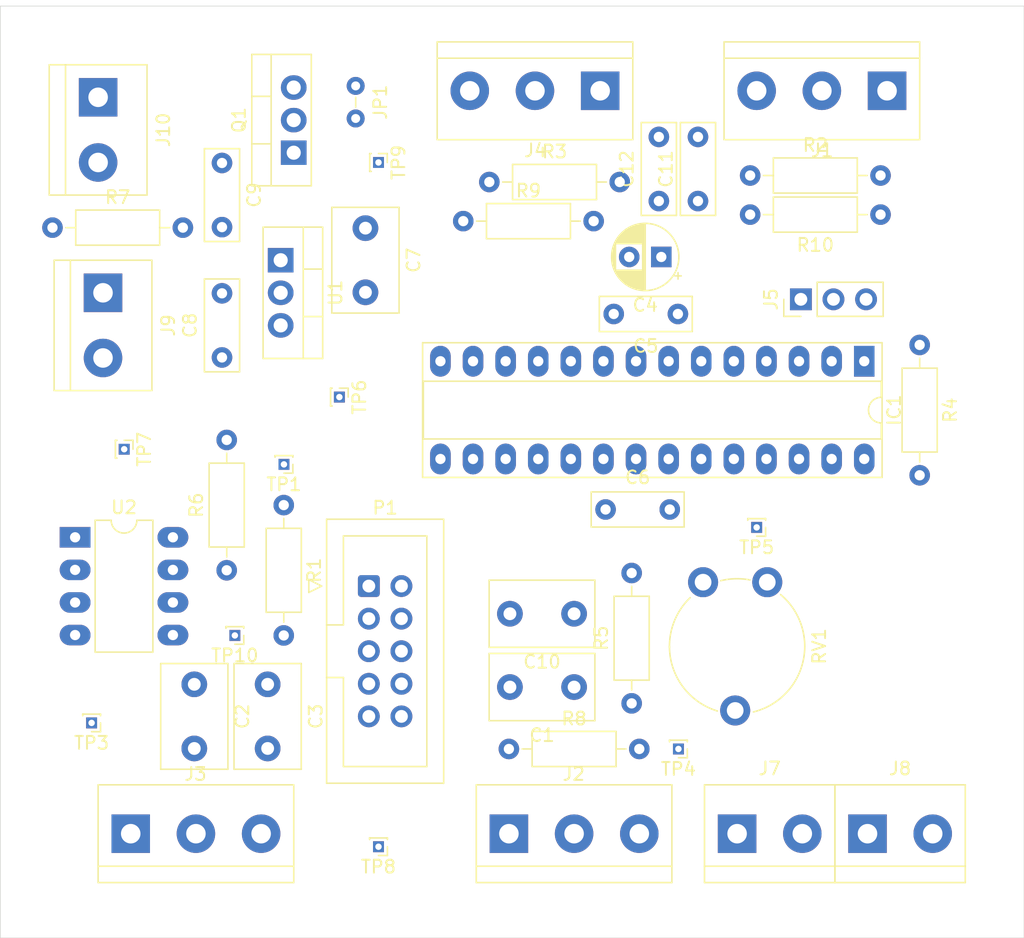
<source format=kicad_pcb>
(kicad_pcb (version 20240108) (generator "pcbnew") (generator_version "8.0")
  (layers (0 "F.Cu" signal) (31 "B.Cu" signal) (34 "B.Paste" user) (35 "F.Paste" user) (36 "B.SilkS" user "B.Silkscreen") (37 "F.SilkS" user "F.Silkscreen") (38 "B.Mask" user) (39 "F.Mask" user) (44 "Edge.Cuts" user))
  (net 0 "")
  (net 1 "GND")
  (net 2 "/Throttle-IN-Filtered")
  (net 3 "Net-(U2B-+)")
  (net 4 "+5V")
  (net 5 "+9V")
  (net 6 "Net-(Q1-G)")
  (net 7 "/speedSwitch1_slow")
  (net 8 "/speedSwitch2_fast")
  (net 9 "/UART_RX")
  (net 11 "Net-(IC1-(ADC2)PC2)")
  (net 13 "/MISO")
  (net 15 "/Throttle-OUT")
  (net 18 "Net-(IC1-(ADC3)PC3)")
  (net 22 "/MOSI")
  (net 23 "/UART_TX")
  (net 24 "/PWM")
  (net 25 "/SCK")
  (net 26 "Net-(IC1-(ADC4{slash}SDA)PC4)")
  (net 27 "/RESET")
  (net 28 "Net-(IC1-(ADC5{slash}SCL)PC5)")
  (net 30 "+5V_motorcontroller")
  (net 31 "Net-(J1-Pin_2)")
  (net 32 "Net-(J1-Pin_1)")
  (net 33 "/Trottle-IN")
  (net 34 "9V-Batt")
  (net 37 "Net-(R5-Pad2)")
  (net 38 "Net-(R6-Pad1)")
  (net 42 "Net-(J1-Pin_3)")
  (footprint "TerminalBlock:TerminalBlock_bornier-2_P5.08mm" (layer "F.Cu") (at 16.764 15.24 -90)
    (property "Reference" "J10" (at 2.54 -5.08 90) (layer "F.SilkS"))
    (property "Value" "9V supply / small battery")
    (pad "1" thru_hole rect (at 0 0 270) (size 3 3) (drill 1.52) (layers "*.Cu" "*.Mask") (net 34 "9V-Batt"))
    (pad "2" thru_hole circle (at 5.08 0 270) (size 3 3) (drill 1.52) (layers "*.Cu" "*.Mask") (net 1 "GND"))
  )
  (footprint "Capacitor_THT:C_Disc_D7.0mm_W2.5mm_P5.00mm" (layer "F.Cu") (at 63.5 23.328 90)
    (property "Reference" "C11" (at 2.5 -2.5 90) (layer "F.SilkS"))
    (property "Value" "100nF")
    (pad "1" thru_hole circle (at 0 0 90) (size 1.6 1.6) (drill 0.8) (layers "*.Cu" "*.Mask") (net 7 "/speedSwitch1_slow"))
    (pad "2" thru_hole circle (at 5 0 90) (size 1.6 1.6) (drill 0.8) (layers "*.Cu" "*.Mask") (net 1 "GND"))
  )
  (footprint "Resistor_THT:R_Axial_DIN0207_L6.3mm_D2.5mm_P10.16mm_Horizontal" (layer "F.Cu") (at 48.768 66.04)
    (property "Reference" "R8" (at 5.08 -2.37 360) (layer "F.SilkS"))
    (property "Value" "2k2")
    (pad "1" thru_hole circle (at 0 0) (size 1.6 1.6) (drill 0.8) (layers "*.Cu" "*.Mask") (net 1 "GND"))
    (pad "2" thru_hole oval (at 10.16 0) (size 1.6 1.6) (drill 0.8) (layers "*.Cu" "*.Mask") (net 33 "/Trottle-IN"))
  )
  (footprint "Capacitor_THT:C_Disc_D7.0mm_W2.5mm_P5.00mm" (layer "F.Cu") (at 60.452 23.328 90)
    (property "Reference" "C12" (at 2.5 -2.5 90) (layer "F.SilkS"))
    (property "Value" "100nF")
    (pad "1" thru_hole circle (at 0 0 90) (size 1.6 1.6) (drill 0.8) (layers "*.Cu" "*.Mask") (net 8 "/speedSwitch2_fast"))
    (pad "2" thru_hole circle (at 5 0 90) (size 1.6 1.6) (drill 0.8) (layers "*.Cu" "*.Mask") (net 1 "GND"))
  )
  (footprint "TerminalBlock:TerminalBlock_bornier-3_P5.08mm" (layer "F.Cu") (at 78.232 14.732 180)
    (property "Reference" "J1" (at 5.05 -4.65 360) (layer "F.SilkS"))
    (property "Value" "3speedSw-in")
    (pad "1" thru_hole rect (at 0 0 180) (size 3 3) (drill 1.52) (layers "*.Cu" "*.Mask") (net 32 "Net-(J1-Pin_1)"))
    (pad "2" thru_hole circle (at 5.08 0 180) (size 3 3) (drill 1.52) (layers "*.Cu" "*.Mask") (net 31 "Net-(J1-Pin_2)"))
    (pad "3" thru_hole circle (at 10.16 0 180) (size 3 3) (drill 1.52) (layers "*.Cu" "*.Mask") (net 42 "Net-(J1-Pin_3)"))
  )
  (footprint "Resistor_THT:R_Axial_DIN0207_L6.3mm_D2.5mm_P10.16mm_Horizontal" (layer "F.Cu") (at 80.772 34.544 -90)
    (property "Reference" "R4" (at 5.08 -2.37 90) (layer "F.SilkS"))
    (property "Value" "10k")
    (pad "1" thru_hole circle (at 0 0 270) (size 1.6 1.6) (drill 0.8) (layers "*.Cu" "*.Mask") (net 27 "/RESET"))
    (pad "2" thru_hole oval (at 10.16 0 270) (size 1.6 1.6) (drill 0.8) (layers "*.Cu" "*.Mask") (net 4 "+5V"))
  )
  (footprint "Connector_PinHeader_1.00mm:PinHeader_1x01_P1.00mm_Vertical" (layer "F.Cu") (at 61.976 66.04 180)
    (property "Reference" "TP4" (at 0 -1.56 360) (layer "F.SilkS"))
    (property "Value" "pedal-in")
    (pad "1" thru_hole rect (at 0 0 180) (size 0.85 0.85) (drill 0.5) (layers "*.Cu" "*.Mask") (net 33 "/Trottle-IN"))
  )
  (footprint "Connector_PinHeader_1.00mm:PinHeader_1x01_P1.00mm_Vertical" (layer "F.Cu") (at 18.796 42.672 -90)
    (property "Reference" "TP7" (at 0 -1.56 90) (layer "F.SilkS"))
    (property "Value" "GND")
    (pad "1" thru_hole rect (at 0 0 270) (size 0.85 0.85) (drill 0.5) (layers "*.Cu" "*.Mask") (net 1 "GND"))
  )
  (footprint "Potentiometer_THT:Potentiometer_Piher_PT-10-V10_Vertical" (layer "F.Cu") (at 63.898 53.039 -90)
    (property "Reference" "RV1" (at 5 -9.05 90) (layer "F.SilkS"))
    (property "Value" "500k")
    (pad "1" thru_hole circle (at 0 0 270) (size 2.34 2.34) (drill 1.3) (layers "*.Cu" "*.Mask") (net 37 "Net-(R5-Pad2)"))
    (pad "2" thru_hole circle (at 10 -2.5 270) (size 2.34 2.34) (drill 1.3) (layers "*.Cu" "*.Mask") (net 2 "/Throttle-IN-Filtered"))
    (pad "3" thru_hole circle (at 0 -5 270) (size 2.34 2.34) (drill 1.3) (layers "*.Cu" "*.Mask") (net 2 "/Throttle-IN-Filtered"))
  )
  (footprint "TerminalBlock:TerminalBlock_bornier-3_P5.08mm" (layer "F.Cu") (at 48.768 72.644)
    (property "Reference" "J2" (at 5.05 -4.65 360) (layer "F.SilkS"))
    (property "Value" "gas-pedal-in")
    (pad "1" thru_hole rect (at 0 0) (size 3 3) (drill 1.52) (layers "*.Cu" "*.Mask") (net 1 "GND"))
    (pad "2" thru_hole circle (at 5.08 0) (size 3 3) (drill 1.52) (layers "*.Cu" "*.Mask") (net 33 "/Trottle-IN"))
    (pad "3" thru_hole circle (at 10.16 0) (size 3 3) (drill 1.52) (layers "*.Cu" "*.Mask") (net 30 "+5V_motorcontroller"))
  )
  (footprint "Capacitor_THT:C_Disc_D8.0mm_W5.0mm_P5.00mm" (layer "F.Cu") (at 24.257 61 -90)
    (property "Reference" "C2" (at 2.5 -3.75 90) (layer "F.SilkS"))
    (property "Value" "330n")
    (pad "1" thru_hole circle (at 0 0 270) (size 2 2) (drill 1) (layers "*.Cu" "*.Mask") (net 3 "Net-(U2B-+)"))
    (pad "2" thru_hole circle (at 5 0 270) (size 2 2) (drill 1) (layers "*.Cu" "*.Mask") (net 1 "GND"))
  )
  (footprint "Resistor_THT:R_Axial_DIN0207_L6.3mm_D2.5mm_P10.16mm_Horizontal" (layer "F.Cu") (at 45.212 24.892)
    (property "Reference" "R9" (at 5.08 -2.37 360) (layer "F.SilkS"))
    (property "Value" "100k")
    (pad "1" thru_hole circle (at 0 0) (size 1.6 1.6) (drill 0.8) (layers "*.Cu" "*.Mask") (net 31 "Net-(J1-Pin_2)"))
    (pad "2" thru_hole oval (at 10.16 0) (size 1.6 1.6) (drill 0.8) (layers "*.Cu" "*.Mask") (net 8 "/speedSwitch2_fast"))
  )
  (footprint "TerminalBlock:TerminalBlock_bornier-3_P5.08mm" (layer "F.Cu") (at 55.88 14.732 180)
    (property "Reference" "J4" (at 5.05 -4.65 360) (layer "F.SilkS"))
    (property "Value" "3speedSw-out")
    (pad "1" thru_hole rect (at 0 0 180) (size 3 3) (drill 1.52) (layers "*.Cu" "*.Mask") (net 32 "Net-(J1-Pin_1)"))
    (pad "2" thru_hole circle (at 5.08 0 180) (size 3 3) (drill 1.52) (layers "*.Cu" "*.Mask") (net 31 "Net-(J1-Pin_2)"))
    (pad "3" thru_hole circle (at 10.16 0 180) (size 3 3) (drill 1.52) (layers "*.Cu" "*.Mask") (net 42 "Net-(J1-Pin_3)"))
  )
  (footprint "Package_DIP:DIP-8_W7.62mm_LongPads" (layer "F.Cu") (at 14.971 49.54)
    (property "Reference" "U2" (at 3.81 -2.33 360) (layer "F.SilkS"))
    (property "Value" "LM358N")
    (pad "1" thru_hole rect (at 0 0) (size 2.4 1.6) (drill 0.8) (layers "*.Cu" "*.Mask"))
    (pad "2" thru_hole oval (at 0 2.54) (size 2.4 1.6) (drill 0.8) (layers "*.Cu" "*.Mask"))
    (pad "3" thru_hole oval (at 0 5.08) (size 2.4 1.6) (drill 0.8) (layers "*.Cu" "*.Mask"))
    (pad "4" thru_hole oval (at 0 7.62) (size 2.4 1.6) (drill 0.8) (layers "*.Cu" "*.Mask") (net 1 "GND"))
    (pad "5" thru_hole oval (at 7.62 7.62) (size 2.4 1.6) (drill 0.8) (layers "*.Cu" "*.Mask") (net 3 "Net-(U2B-+)"))
    (pad "6" thru_hole oval (at 7.62 5.08) (size 2.4 1.6) (drill 0.8) (layers "*.Cu" "*.Mask") (net 15 "/Throttle-OUT"))
    (pad "7" thru_hole oval (at 7.62 2.54) (size 2.4 1.6) (drill 0.8) (layers "*.Cu" "*.Mask") (net 38 "Net-(R6-Pad1)"))
    (pad "8" thru_hole oval (at 7.62 0) (size 2.4 1.6) (drill 0.8) (layers "*.Cu" "*.Mask") (net 5 "+9V"))
  )
  (footprint "Resistor_THT:R_Axial_DIN0207_L6.3mm_D2.5mm_P10.16mm_Horizontal" (layer "F.Cu") (at 13.208 25.4)
    (property "Reference" "R7" (at 5.08 -2.37 360) (layer "F.SilkS"))
    (property "Value" "470")
    (pad "1" thru_hole circle (at 0 0) (size 1.6 1.6) (drill 0.8) (layers "*.Cu" "*.Mask") (net 30 "+5V_motorcontroller"))
    (pad "2" thru_hole oval (at 10.16 0) (size 1.6 1.6) (drill 0.8) (layers "*.Cu" "*.Mask") (net 6 "Net-(Q1-G)"))
  )
  (footprint "TerminalBlock:TerminalBlock_bornier-2_P5.08mm" (layer "F.Cu") (at 17.145 30.48 -90)
    (property "Reference" "J9" (at 2.54 -5.08 90) (layer "F.SilkS"))
    (property "Value" "5V/GND")
    (pad "1" thru_hole rect (at 0 0 270) (size 3 3) (drill 1.52) (layers "*.Cu" "*.Mask") (net 1 "GND"))
    (pad "2" thru_hole circle (at 5.08 0 270) (size 3 3) (drill 1.52) (layers "*.Cu" "*.Mask") (net 4 "+5V"))
  )
  (footprint "Resistor_THT:R_Axial_DIN0207_L6.3mm_D2.5mm_P10.16mm_Horizontal" (layer "F.Cu") (at 77.724 24.384 180)
    (property "Reference" "R10" (at 5.08 -2.37 360) (layer "F.SilkS"))
    (property "Value" "100k")
    (pad "1" thru_hole circle (at 0 0 180) (size 1.6 1.6) (drill 0.8) (layers "*.Cu" "*.Mask") (net 32 "Net-(J1-Pin_1)"))
    (pad "2" thru_hole oval (at 10.16 0 180) (size 1.6 1.6) (drill 0.8) (layers "*.Cu" "*.Mask") (net 7 "/speedSwitch1_slow"))
  )
  (footprint "Connector_PinHeader_1.00mm:PinHeader_1x01_P1.00mm_Vertical" (layer "F.Cu") (at 68.072 48.768 180)
    (property "Reference" "TP5" (at 0 -1.56 360) (layer "F.SilkS"))
    (property "Value" "pedal-filtered")
    (pad "1" thru_hole rect (at 0 0 180) (size 0.85 0.85) (drill 0.5) (layers "*.Cu" "*.Mask") (net 2 "/Throttle-IN-Filtered"))
  )
  (footprint "Package_TO_SOT_THT:TO-220-3_Vertical" (layer "F.Cu") (at 32.004 19.558 90)
    (property "Reference" "Q1" (at 2.54 -4.27 90) (layer "F.SilkS"))
    (property "Value" "IRF5305")
    (pad "1" thru_hole rect (at 0 0 90) (size 1.905 2) (drill 1.1) (layers "*.Cu" "*.Mask") (net 6 "Net-(Q1-G)"))
    (pad "2" thru_hole oval (at 2.54 0 90) (size 1.905 2) (drill 1.1) (layers "*.Cu" "*.Mask") (net 5 "+9V"))
    (pad "3" thru_hole oval (at 5.08 0 90) (size 1.905 2) (drill 1.1) (layers "*.Cu" "*.Mask") (net 34 "9V-Batt"))
  )
  (footprint "Resistor_THT:R_Axial_DIN0207_L6.3mm_D2.5mm_P10.16mm_Horizontal" (layer "F.Cu") (at 47.244 21.844)
    (property "Reference" "R3" (at 5.08 -2.37 360) (layer "F.SilkS"))
    (property "Value" "4k7")
    (pad "1" thru_hole circle (at 0 0) (size 1.6 1.6) (drill 0.8) (layers "*.Cu" "*.Mask") (net 31 "Net-(J1-Pin_2)"))
    (pad "2" thru_hole oval (at 10.16 0) (size 1.6 1.6) (drill 0.8) (layers "*.Cu" "*.Mask") (net 1 "GND"))
  )
  (footprint "Capacitor_THT:C_Disc_D8.0mm_W5.0mm_P5.00mm" (layer "F.Cu") (at 53.848 55.499 180)
    (property "Reference" "C10" (at 2.5 -3.75 360) (layer "F.SilkS"))
    (property "Value" "nopop")
    (pad "1" thru_hole circle (at 0 0 180) (size 2 2) (drill 1) (layers "*.Cu" "*.Mask") (net 2 "/Throttle-IN-Filtered"))
    (pad "2" thru_hole circle (at 5 0 180) (size 2 2) (drill 1) (layers "*.Cu" "*.Mask") (net 1 "GND"))
  )
  (footprint "Connector_PinHeader_1.00mm:PinHeader_1x01_P1.00mm_Vertical" (layer "F.Cu") (at 27.417 57.19 180)
    (property "Reference" "TP10" (at 0 -1.56 360) (layer "F.SilkS"))
    (property "Value" "DAC")
    (pad "1" thru_hole rect (at 0 0 180) (size 0.85 0.85) (drill 0.5) (layers "*.Cu" "*.Mask") (net 3 "Net-(U2B-+)"))
  )
  (footprint "Capacitor_THT:C_Disc_D8.0mm_W5.0mm_P5.00mm" (layer "F.Cu") (at 53.848 61.214 180)
    (property "Reference" "C1" (at 2.5 -3.75 360) (layer "F.SilkS"))
    (property "Value" "330n")
    (pad "1" thru_hole circle (at 0 0 180) (size 2 2) (drill 1) (layers "*.Cu" "*.Mask") (net 2 "/Throttle-IN-Filtered"))
    (pad "2" thru_hole circle (at 5 0 180) (size 2 2) (drill 1) (layers "*.Cu" "*.Mask") (net 1 "GND"))
  )
  (footprint "Connector_PinHeader_1.00mm:PinHeader_1x01_P1.00mm_Vertical" (layer "F.Cu") (at 38.608 73.66 180)
    (property "Reference" "TP8" (at 0 -1.56 360) (layer "F.SilkS"))
    (property "Value" "5V controller")
    (pad "1" thru_hole rect (at 0 0 180) (size 0.85 0.85) (drill 0.5) (layers "*.Cu" "*.Mask") (net 30 "+5V_motorcontroller"))
  )
  (footprint "Capacitor_THT:C_Disc_D7.0mm_W2.5mm_P5.00mm" (layer "F.Cu") (at 61.936 32.131 180)
    (property "Reference" "C5" (at 2.5 -2.5 360) (layer "F.SilkS"))
    (property "Value" "100nF")
    (pad "1" thru_hole circle (at 0 0 180) (size 1.6 1.6) (drill 0.8) (layers "*.Cu" "*.Mask") (net 4 "+5V"))
    (pad "2" thru_hole circle (at 5 0 180) (size 1.6 1.6) (drill 0.8) (layers "*.Cu" "*.Mask") (net 1 "GND"))
  )
  (footprint "Connector_PinHeader_1.00mm:PinHeader_1x01_P1.00mm_Vertical" (layer "F.Cu") (at 31.242 43.855 180)
    (property "Reference" "TP1" (at 0 -1.56 360) (layer "F.SilkS"))
    (property "Value" "PWM")
    (pad "1" thru_hole rect (at 0 0 180) (size 0.85 0.85) (drill 0.5) (layers "*.Cu" "*.Mask") (net 24 "/PWM"))
  )
  (footprint "Resistor_THT:R_Axial_DIN0207_L6.3mm_D2.5mm_P10.16mm_Horizontal" (layer "F.Cu") (at 67.564 21.336)
    (property "Reference" "R2" (at 5.08 -2.37 360) (layer "F.SilkS"))
    (property "Value" "4k7")
    (pad "1" thru_hole circle (at 0 0) (size 1.6 1.6) (drill 0.8) (layers "*.Cu" "*.Mask") (net 1 "GND"))
    (pad "2" thru_hole oval (at 10.16 0) (size 1.6 1.6) (drill 0.8) (layers "*.Cu" "*.Mask") (net 32 "Net-(J1-Pin_1)"))
  )
  (footprint "Capacitor_THT:C_Disc_D7.0mm_W2.5mm_P5.00mm" (layer "F.Cu") (at 56.301 47.371)
    (property "Reference" "C6" (at 2.5 -2.5 0) (layer "F.SilkS"))
    (property "Value" "100nF")
    (pad "1" thru_hole circle (at 0 0) (size 1.6 1.6) (drill 0.8) (layers "*.Cu" "*.Mask") (net 4 "+5V"))
    (pad "2" thru_hole circle (at 5 0) (size 1.6 1.6) (drill 0.8) (layers "*.Cu" "*.Mask") (net 1 "GND"))
  )
  (footprint "Jumper_AKL:Jumper_P2.54mm_D0.7mm" (layer "F.Cu") (at 36.83 14.351 -90)
    (property "Reference" "JP1" (at 1.27 -1.92 90) (layer "F.SilkS"))
    (property "Value" "force-on" (hide yes))
    (pad "1" thru_hole circle (at 0 0 270) (size 1.4 1.4) (drill 0.7) (layers "*.Cu" "*.Mask") (net 34 "9V-Batt"))
    (pad "2" thru_hole oval (at 2.54 0 270) (size 1.4 1.4) (drill 0.7) (layers "*.Cu" "*.Mask") (net 5 "+9V"))
  )
  (footprint "Capacitor_THT:C_Disc_D7.0mm_W2.5mm_P5.00mm" (layer "F.Cu") (at 26.416 20.36 -90)
    (property "Reference" "C9" (at 2.5 -2.5 90) (layer "F.SilkS"))
    (property "Value" "100nF")
    (pad "1" thru_hole circle (at 0 0 270) (size 1.6 1.6) (drill 0.8) (layers "*.Cu" "*.Mask") (net 6 "Net-(Q1-G)"))
    (pad "2" thru_hole circle (at 5 0 270) (size 1.6 1.6) (drill 0.8) (layers "*.Cu" "*.Mask") (net 1 "GND"))
  )
  (footprint "Connector_PinHeader_2.54mm:PinHeader_1x03_P2.54mm_Vertical" (layer "F.Cu") (at 71.516 30.988 90)
    (property "Reference" "J5" (at 0 -2.33 90) (layer "F.SilkS"))
    (property "Value" "Conn_01x03_Pin")
    (pad "1" thru_hole rect (at 0 0 90) (size 1.7 1.7) (drill 1) (layers "*.Cu" "*.Mask") (net 23 "/UART_TX"))
    (pad "2" thru_hole oval (at 0 2.54 90) (size 1.7 1.7) (drill 1) (layers "*.Cu" "*.Mask") (net 9 "/UART_RX"))
    (pad "3" thru_hole oval (at 0 5.08 90) (size 1.7 1.7) (drill 1) (layers "*.Cu" "*.Mask") (net 1 "GND"))
  )
  (footprint "Connector_PinHeader_1.00mm:PinHeader_1x01_P1.00mm_Vertical" (layer "F.Cu") (at 38.608 20.32 -90)
    (property "Reference" "TP9" (at 0 -1.56 90) (layer "F.SilkS"))
    (property "Value" "9V")
    (pad "1" thru_hole rect (at 0 0 270) (size 0.85 0.85) (drill 0.5) (layers "*.Cu" "*.Mask") (net 5 "+9V"))
  )
  (footprint "Package_TO_SOT_THT:TO-220-3_Vertical" (layer "F.Cu") (at 30.988 27.94 -90)
    (property "Reference" "U1" (at 2.54 -4.27 90) (layer "F.SilkS"))
    (property "Value" "LM7805_TO220")
    (pad "1" thru_hole rect (at 0 0 270) (size 1.905 2) (drill 1.1) (layers "*.Cu" "*.Mask") (net 5 "+9V"))
    (pad "2" thru_hole oval (at 2.54 0 270) (size 1.905 2) (drill 1.1) (layers "*.Cu" "*.Mask") (net 1 "GND"))
    (pad "3" thru_hole oval (at 5.08 0 270) (size 1.905 2) (drill 1.1) (layers "*.Cu" "*.Mask") (net 4 "+5V"))
  )
  (footprint "Package_DIP:CERDIP-28_W7.62mm_SideBrazed_LongPads_Socket" (layer "F.Cu") (at 76.454 35.814 -90)
    (property "Reference" "IC1" (at 3.81 -2.33 90) (layer "F.SilkS"))
    (property "Value" "ATMEGA8A-P")
    (pad "1" thru_hole rect (at 0 0 270) (size 2.4 1.6) (drill 0.8) (layers "*.Cu" "*.Mask") (net 27 "/RESET"))
    (pad "2" thru_hole oval (at 0 2.54 270) (size 2.4 1.6) (drill 0.8) (layers "*.Cu" "*.Mask") (net 9 "/UART_RX"))
    (pad "3" thru_hole oval (at 0 5.08 270) (size 2.4 1.6) (drill 0.8) (layers "*.Cu" "*.Mask") (net 23 "/UART_TX"))
    (pad "4" thru_hole oval (at 0 7.62 270) (size 2.4 1.6) (drill 0.8) (layers "*.Cu" "*.Mask") (net 7 "/speedSwitch1_slow"))
    (pad "5" thru_hole oval (at 0 10.16 270) (size 2.4 1.6) (drill 0.8) (layers "*.Cu" "*.Mask") (net 8 "/speedSwitch2_fast"))
    (pad "6" thru_hole oval (at 0 12.7 270) (size 2.4 1.6) (drill 0.8) (layers "*.Cu" "*.Mask"))
    (pad "7" thru_hole oval (at 0 15.24 270) (size 2.4 1.6) (drill 0.8) (layers "*.Cu" "*.Mask") (net 4 "+5V"))
    (pad "8" thru_hole oval (at 0 17.78 270) (size 2.4 1.6) (drill 0.8) (layers "*.Cu" "*.Mask") (net 1 "GND"))
    (pad "9" thru_hole oval (at 0 20.32 270) (size 2.4 1.6) (drill 0.8) (layers "*.Cu" "*.Mask"))
    (pad "10" thru_hole oval (at 0 22.86 270) (size 2.4 1.6) (drill 0.8) (layers "*.Cu" "*.Mask"))
    (pad "11" thru_hole oval (at 0 25.4 270) (size 2.4 1.6) (drill 0.8) (layers "*.Cu" "*.Mask"))
    (pad "12" thru_hole oval (at 0 27.94 270) (size 2.4 1.6) (drill 0.8) (layers "*.Cu" "*.Mask"))
    (pad "13" thru_hole oval (at 0 30.48 270) (size 2.4 1.6) (drill 0.8) (layers "*.Cu" "*.Mask"))
    (pad "14" thru_hole oval (at 0 33.02 270) (size 2.4 1.6) (drill 0.8) (layers "*.Cu" "*.Mask"))
    (pad "15" thru_hole oval (at 7.62 33.02 270) (size 2.4 1.6) (drill 0.8) (layers "*.Cu" "*.Mask") (net 24 "/PWM"))
    (pad "16" thru_hole oval (at 7.62 30.48 270) (size 2.4 1.6) (drill 0.8) (layers "*.Cu" "*.Mask"))
    (pad "17" thru_hole oval (at 7.62 27.94 270) (size 2.4 1.6) (drill 0.8) (layers "*.Cu" "*.Mask") (net 22 "/MOSI"))
    (pad "18" thru_hole oval (at 7.62 25.4 270) (size 2.4 1.6) (drill 0.8) (layers "*.Cu" "*.Mask") (net 13 "/MISO"))
    (pad "19" thru_hole oval (at 7.62 22.86 270) (size 2.4 1.6) (drill 0.8) (layers "*.Cu" "*.Mask") (net 25 "/SCK"))
    (pad "20" thru_hole oval (at 7.62 20.32 270) (size 2.4 1.6) (drill 0.8) (layers "*.Cu" "*.Mask") (net 4 "+5V"))
    (pad "21" thru_hole oval (at 7.62 17.78 270) (size 2.4 1.6) (drill 0.8) (layers "*.Cu" "*.Mask"))
    (pad "22" thru_hole oval (at 7.62 15.24 270) (size 2.4 1.6) (drill 0.8) (layers "*.Cu" "*.Mask") (net 1 "GND"))
    (pad "23" thru_hole oval (at 7.62 12.7 270) (size 2.4 1.6) (drill 0.8) (layers "*.Cu" "*.Mask") (net 15 "/Throttle-OUT"))
    (pad "24" thru_hole oval (at 7.62 10.16 270) (size 2.4 1.6) (drill 0.8) (layers "*.Cu" "*.Mask") (net 2 "/Throttle-IN-Filtered"))
    (pad "25" thru_hole oval (at 7.62 7.62 270) (size 2.4 1.6) (drill 0.8) (layers "*.Cu" "*.Mask") (net 11 "Net-(IC1-(ADC2)PC2)"))
    (pad "26" thru_hole oval (at 7.62 5.08 270) (size 2.4 1.6) (drill 0.8) (layers "*.Cu" "*.Mask") (net 18 "Net-(IC1-(ADC3)PC3)"))
    (pad "27" thru_hole oval (at 7.62 2.54 270) (size 2.4 1.6) (drill 0.8) (layers "*.Cu" "*.Mask") (net 26 "Net-(IC1-(ADC4{slash}SDA)PC4)"))
    (pad "28" thru_hole oval (at 7.62 0 270) (size 2.4 1.6) (drill 0.8) (layers "*.Cu" "*.Mask") (net 28 "Net-(IC1-(ADC5{slash}SCL)PC5)"))
  )
  (footprint "Resistor_THT:R_Axial_DIN0207_L6.3mm_D2.5mm_P10.16mm_Horizontal" (layer "F.Cu") (at 58.333 62.484 90)
    (property "Reference" "R5" (at 5.08 -2.37 90) (layer "F.SilkS"))
    (property "Value" "2k2")
    (pad "1" thru_hole circle (at 0 0 90) (size 1.6 1.6) (drill 0.8) (layers "*.Cu" "*.Mask") (net 33 "/Trottle-IN"))
    (pad "2" thru_hole oval (at 10.16 0 90) (size 1.6 1.6) (drill 0.8) (layers "*.Cu" "*.Mask") (net 37 "Net-(R5-Pad2)"))
  )
  (footprint "Resistor_THT:R_Axial_DIN0207_L6.3mm_D2.5mm_P10.16mm_Horizontal" (layer "F.Cu") (at 26.782 52.11 90)
    (property "Reference" "R6" (at 5.08 -2.37 90) (layer "F.SilkS"))
    (property "Value" "1k")
    (pad "1" thru_hole circle (at 0 0 90) (size 1.6 1.6) (drill 0.8) (layers "*.Cu" "*.Mask") (net 38 "Net-(R6-Pad1)"))
    (pad "2" thru_hole oval (at 10.16 0 90) (size 1.6 1.6) (drill 0.8) (layers "*.Cu" "*.Mask") (net 15 "/Throttle-OUT"))
  )
  (footprint "Connector_PinHeader_1.00mm:PinHeader_1x01_P1.00mm_Vertical" (layer "F.Cu") (at 16.256 64.008 180)
    (property "Reference" "TP3" (at 0 -1.56 360) (layer "F.SilkS"))
    (property "Value" "Throttle-Out")
    (pad "1" thru_hole rect (at 0 0 180) (size 0.85 0.85) (drill 0.5) (layers "*.Cu" "*.Mask") (net 15 "/Throttle-OUT"))
  )
  (footprint "Resistor_THT:R_Axial_DIN0207_L6.3mm_D2.5mm_P10.16mm_Horizontal" (layer "F.Cu") (at 31.227 47.03 -90)
    (property "Reference" "R1" (at 5.08 -2.37 90) (layer "F.SilkS"))
    (property "Value" "68k")
    (pad "1" thru_hole circle (at 0 0 270) (size 1.6 1.6) (drill 0.8) (layers "*.Cu" "*.Mask") (net 24 "/PWM"))
    (pad "2" thru_hole oval (at 10.16 0 270) (size 1.6 1.6) (drill 0.8) (layers "*.Cu" "*.Mask") (net 3 "Net-(U2B-+)"))
  )
  (footprint "TerminalBlock:TerminalBlock_bornier-3_P5.08mm" (layer "F.Cu") (at 19.304 72.644)
    (property "Reference" "J3" (at 5.05 -4.65 360) (layer "F.SilkS"))
    (property "Value" "throttle-out")
    (pad "1" thru_hole rect (at 0 0) (size 3 3) (drill 1.52) (layers "*.Cu" "*.Mask") (net 1 "GND"))
    (pad "2" thru_hole circle (at 5.08 0) (size 3 3) (drill 1.52) (layers "*.Cu" "*.Mask") (net 15 "/Throttle-OUT"))
    (pad "3" thru_hole circle (at 10.16 0) (size 3 3) (drill 1.52) (layers "*.Cu" "*.Mask") (net 30 "+5V_motorcontroller"))
  )
  (footprint "Capacitor_THT:C_Disc_D7.0mm_W2.5mm_P5.00mm" (layer "F.Cu") (at 26.416 35.52 90)
    (property "Reference" "C8" (at 2.5 -2.5 90) (layer "F.SilkS"))
    (property "Value" "100nF")
    (pad "1" thru_hole circle (at 0 0 90) (size 1.6 1.6) (drill 0.8) (layers "*.Cu" "*.Mask") (net 4 "+5V"))
    (pad "2" thru_hole circle (at 5 0 90) (size 1.6 1.6) (drill 0.8) (layers "*.Cu" "*.Mask") (net 1 "GND"))
  )
  (footprint "Capacitor_THT:C_Disc_D8.0mm_W5.0mm_P5.00mm" (layer "F.Cu") (at 37.592 25.44 -90)
    (property "Reference" "C7" (at 2.5 -3.75 90) (layer "F.SilkS"))
    (property "Value" "330nF")
    (pad "1" thru_hole circle (at 0 0 270) (size 2 2) (drill 1) (layers "*.Cu" "*.Mask") (net 5 "+9V"))
    (pad "2" thru_hole circle (at 5 0 270) (size 2 2) (drill 1) (layers "*.Cu" "*.Mask") (net 1 "GND"))
  )
  (footprint "Connector_IDC:IDC-Header_2x05_P2.54mm_Vertical" (layer "F.Cu") (at 37.8555 53.34)
    (property "Reference" "P1" (at 1.27 -6.1 360) (layer "F.SilkS"))
    (property "Value" "ISP")
    (pad "1" thru_hole roundrect (at 0 0) (size 1.7 1.7) (drill 1) (layers "*.Cu" "*.Mask") (roundrect_rratio 0.147059) (net 22 "/MOSI"))
    (pad "2" thru_hole circle (at 2.54 0) (size 1.7 1.7) (drill 1) (layers "*.Cu" "*.Mask") (net 4 "+5V"))
    (pad "3" thru_hole circle (at 0 2.54) (size 1.7 1.7) (drill 1) (layers "*.Cu" "*.Mask"))
    (pad "4" thru_hole circle (at 2.54 2.54) (size 1.7 1.7) (drill 1) (layers "*.Cu" "*.Mask"))
    (pad "5" thru_hole circle (at 0 5.08) (size 1.7 1.7) (drill 1) (layers "*.Cu" "*.Mask") (net 27 "/RESET"))
    (pad "6" thru_hole circle (at 2.54 5.08) (size 1.7 1.7) (drill 1) (layers "*.Cu" "*.Mask") (net 1 "GND"))
    (pad "7" thru_hole circle (at 0 7.62) (size 1.7 1.7) (drill 1) (layers "*.Cu" "*.Mask") (net 25 "/SCK"))
    (pad "8" thru_hole circle (at 2.54 7.62) (size 1.7 1.7) (drill 1) (layers "*.Cu" "*.Mask") (net 1 "GND"))
    (pad "9" thru_hole circle (at 0 10.16) (size 1.7 1.7) (drill 1) (layers "*.Cu" "*.Mask") (net 13 "/MISO"))
    (pad "10" thru_hole circle (at 2.54 10.16) (size 1.7 1.7) (drill 1) (layers "*.Cu" "*.Mask") (net 1 "GND"))
  )
  (footprint "TerminalBlock:TerminalBlock_bornier-2_P5.08mm" (layer "F.Cu") (at 66.548 72.644)
    (property "Reference" "J7" (at 2.54 -5.08 0) (layer "F.SilkS"))
    (property "Value" "gpio-reserve")
    (pad "1" thru_hole rect (at 0 0) (size 3 3) (drill 1.52) (layers "*.Cu" "*.Mask") (net 11 "Net-(IC1-(ADC2)PC2)"))
    (pad "2" thru_hole circle (at 5.08 0) (size 3 3) (drill 1.52) (layers "*.Cu" "*.Mask") (net 18 "Net-(IC1-(ADC3)PC3)"))
  )
  (footprint "Capacitor_THT:CP_Radial_D5.0mm_P2.50mm" (layer "F.Cu") (at 60.641112 27.686 180)
    (property "Reference" "C4" (at 1.25 -3.75 360) (layer "F.SilkS"))
    (property "Value" "10uF")
    (pad "1" thru_hole rect (at 0 0 180) (size 1.6 1.6) (drill 0.8) (layers "*.Cu" "*.Mask") (net 4 "+5V"))
    (pad "2" thru_hole circle (at 2.5 0 180) (size 1.6 1.6) (drill 0.8) (layers "*.Cu" "*.Mask") (net 1 "GND"))
  )
  (footprint "TerminalBlock:TerminalBlock_bornier-2_P5.08mm" (layer "F.Cu") (at 76.708 72.644)
    (property "Reference" "J8" (at 2.54 -5.08 0) (layer "F.SilkS"))
    (property "Value" "gpio-reserve")
    (pad "1" thru_hole rect (at 0 0) (size 3 3) (drill 1.52) (layers "*.Cu" "*.Mask") (net 26 "Net-(IC1-(ADC4{slash}SDA)PC4)"))
    (pad "2" thru_hole circle (at 5.08 0) (size 3 3) (drill 1.52) (layers "*.Cu" "*.Mask") (net 28 "Net-(IC1-(ADC5{slash}SCL)PC5)"))
  )
  (footprint "Connector_PinHeader_1.00mm:PinHeader_1x01_P1.00mm_Vertical" (layer "F.Cu") (at 35.56 38.608 -90)
    (property "Reference" "TP6" (at 0 -1.56 90) (layer "F.SilkS"))
    (property "Value" "TestPoint")
    (pad "1" thru_hole rect (at 0 0 270) (size 0.85 0.85) (drill 0.5) (layers "*.Cu" "*.Mask") (net 4 "+5V"))
  )
  (footprint "Capacitor_THT:C_Disc_D8.0mm_W5.0mm_P5.00mm" (layer "F.Cu") (at 29.972 61 -90)
    (property "Reference" "C3" (at 2.5 -3.75 90) (layer "F.SilkS"))
    (property "Value" "nopop")
    (pad "1" thru_hole circle (at 0 0 270) (size 2 2) (drill 1) (layers "*.Cu" "*.Mask") (net 3 "Net-(U2B-+)"))
    (pad "2" thru_hole circle (at 5 0 270) (size 2 2) (drill 1) (layers "*.Cu" "*.Mask") (net 1 "GND"))
  )
  (gr_rect (start 9.144 8.128) (end 88.9 80.772) (stroke (width 0.05)) (fill none) (layer "Edge.Cuts"))
)
</source>
